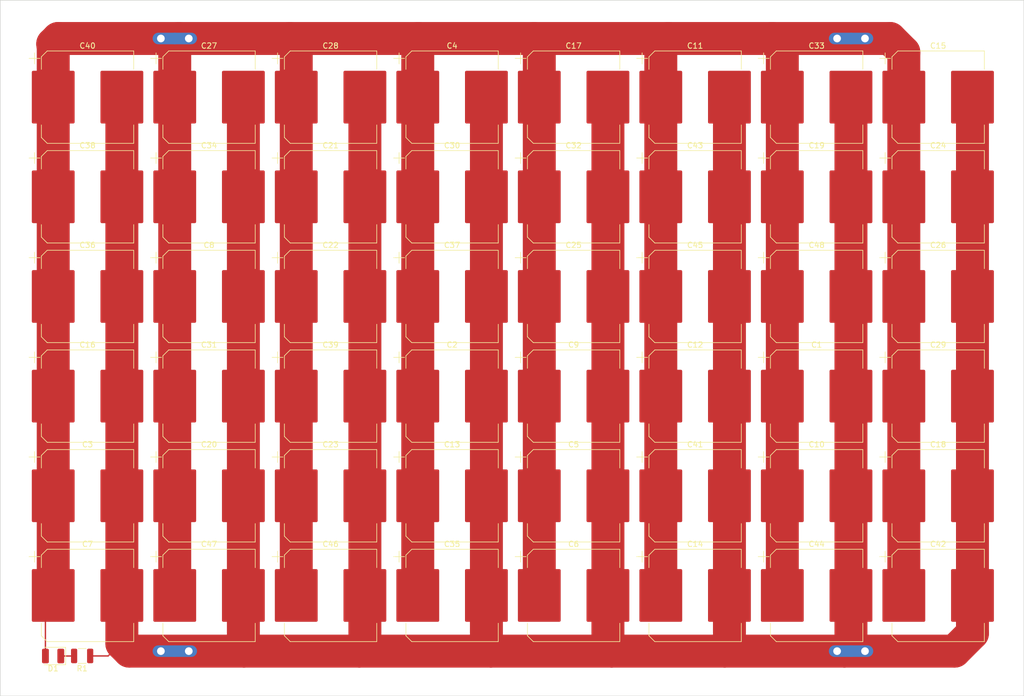
<source format=kicad_pcb>
(kicad_pcb (version 20211014) (generator pcbnew)
  (layers (0 "F.Cu" signal) (31 "B.Cu" signal) (34 "B.Paste" user) (35 "F.Paste" user) (36 "B.SilkS" user "B.Silkscreen") (37 "F.SilkS" user "F.Silkscreen") (38 "B.Mask" user) (39 "F.Mask" user) (44 "Edge.Cuts" user))
  (net 0 "")
  (net 1 "1")
  (net 2 "2")
  (net 3 "Net-(D1-Pad1)")
  (footprint "Capacitor_SMD:CP_Elec_16x17.5" (layer "F.Cu") (at 146.6525 67.05)
    (fp_text reference "C32" (at 0 -9.35) (layer "F.SilkS"))
    (fp_text value "330uF")
    (pad "1" smd roundrect locked (at -6.25 0) (size 7.8 9.6) (layers "F.Cu" "F.Paste" "F.Mask") (roundrect_rratio 0.032051) (net 1 "1"))
    (pad "2" smd roundrect locked (at 6.25 0) (size 7.8 9.6) (layers "F.Cu" "F.Paste" "F.Mask") (roundrect_rratio 0.032051) (net 2 "2"))
  )
  (footprint "Capacitor_SMD:CP_Elec_16x17.5" (layer "F.Cu") (at 124.5225 48.9)
    (fp_text reference "C4" (at 0 -9.35) (layer "F.SilkS"))
    (fp_text value "330uF")
    (pad "1" smd roundrect locked (at -6.25 0) (size 7.8 9.6) (layers "F.Cu" "F.Paste" "F.Mask") (roundrect_rratio 0.032051) (net 1 "1"))
    (pad "2" smd roundrect locked (at 6.25 0) (size 7.8 9.6) (layers "F.Cu" "F.Paste" "F.Mask") (roundrect_rratio 0.032051) (net 2 "2"))
  )
  (footprint "Resistor_SMD:R_1210_3225Metric" (layer "F.Cu") (at 57.14968 150.67 180)
    (fp_text reference "R1" (at 0 -2.28) (layer "F.SilkS"))
    (fp_text value "2K")
    (pad "1" smd roundrect locked (at -1.4625 0 180) (size 1.125 2.65) (layers "F.Cu" "F.Paste" "F.Mask") (roundrect_rratio 0.222222) (net 2 "2"))
    (pad "2" smd roundrect locked (at 1.4625 0 180) (size 1.125 2.65) (layers "F.Cu" "F.Paste" "F.Mask") (roundrect_rratio 0.222222) (net 3 "Net-(D1-Pad1)"))
  )
  (footprint "Capacitor_SMD:CP_Elec_16x17.5" (layer "F.Cu") (at 190.9125 139.65)
    (fp_text reference "C44" (at 0 -9.35) (layer "F.SilkS"))
    (fp_text value "330uF")
    (pad "1" smd roundrect locked (at -6.25 0) (size 7.8 9.6) (layers "F.Cu" "F.Paste" "F.Mask") (roundrect_rratio 0.032051) (net 1 "1"))
    (pad "2" smd roundrect locked (at 6.25 0) (size 7.8 9.6) (layers "F.Cu" "F.Paste" "F.Mask") (roundrect_rratio 0.032051) (net 2 "2"))
  )
  (footprint "Capacitor_SMD:CP_Elec_16x17.5" (layer "F.Cu") (at 102.3925 48.9)
    (fp_text reference "C28" (at 0 -9.35) (layer "F.SilkS"))
    (fp_text value "330uF")
    (pad "1" smd roundrect locked (at -6.25 0) (size 7.8 9.6) (layers "F.Cu" "F.Paste" "F.Mask") (roundrect_rratio 0.032051) (net 1 "1"))
    (pad "2" smd roundrect locked (at 6.25 0) (size 7.8 9.6) (layers "F.Cu" "F.Paste" "F.Mask") (roundrect_rratio 0.032051) (net 2 "2"))
  )
  (footprint "Capacitor_SMD:CP_Elec_16x17.5" (layer "F.Cu") (at 80.2625 121.5)
    (fp_text reference "C20" (at 0 -9.35) (layer "F.SilkS"))
    (fp_text value "330uF")
    (pad "1" smd roundrect locked (at -6.25 0) (size 7.8 9.6) (layers "F.Cu" "F.Paste" "F.Mask") (roundrect_rratio 0.032051) (net 1 "1"))
    (pad "2" smd roundrect locked (at 6.25 0) (size 7.8 9.6) (layers "F.Cu" "F.Paste" "F.Mask") (roundrect_rratio 0.032051) (net 2 "2"))
  )
  (footprint "Capacitor_SMD:CP_Elec_16x17.5" (layer "F.Cu") (at 190.9125 48.9)
    (fp_text reference "C33" (at 0 -9.35) (layer "F.SilkS"))
    (fp_text value "330uF")
    (pad "1" smd roundrect locked (at -6.25 0) (size 7.8 9.6) (layers "F.Cu" "F.Paste" "F.Mask") (roundrect_rratio 0.032051) (net 1 "1"))
    (pad "2" smd roundrect locked (at 6.25 0) (size 7.8 9.6) (layers "F.Cu" "F.Paste" "F.Mask") (roundrect_rratio 0.032051) (net 2 "2"))
  )
  (footprint "Capacitor_SMD:CP_Elec_16x17.5" (layer "F.Cu") (at 168.7825 103.35)
    (fp_text reference "C12" (at 0 -9.35) (layer "F.SilkS"))
    (fp_text value "330uF")
    (pad "1" smd roundrect locked (at -6.25 0) (size 7.8 9.6) (layers "F.Cu" "F.Paste" "F.Mask") (roundrect_rratio 0.032051) (net 1 "1"))
    (pad "2" smd roundrect locked (at 6.25 0) (size 7.8 9.6) (layers "F.Cu" "F.Paste" "F.Mask") (roundrect_rratio 0.032051) (net 2 "2"))
  )
  (footprint "Capacitor_SMD:CP_Elec_16x17.5" (layer "F.Cu") (at 80.2625 139.65)
    (fp_text reference "C47" (at 0 -9.35) (layer "F.SilkS"))
    (fp_text value "330uF")
    (pad "1" smd roundrect locked (at -6.25 0) (size 7.8 9.6) (layers "F.Cu" "F.Paste" "F.Mask") (roundrect_rratio 0.032051) (net 1 "1"))
    (pad "2" smd roundrect locked (at 6.25 0) (size 7.8 9.6) (layers "F.Cu" "F.Paste" "F.Mask") (roundrect_rratio 0.032051) (net 2 "2"))
  )
  (footprint "Capacitor_SMD:CP_Elec_16x17.5" (layer "F.Cu") (at 58.1325 121.5)
    (fp_text reference "C3" (at 0 -9.35) (layer "F.SilkS"))
    (fp_text value "330uF")
    (pad "1" smd roundrect locked (at -6.25 0) (size 7.8 9.6) (layers "F.Cu" "F.Paste" "F.Mask") (roundrect_rratio 0.032051) (net 1 "1"))
    (pad "2" smd roundrect locked (at 6.25 0) (size 7.8 9.6) (layers "F.Cu" "F.Paste" "F.Mask") (roundrect_rratio 0.032051) (net 2 "2"))
  )
  (footprint "Capacitor_SMD:CP_Elec_16x17.5" (layer "F.Cu") (at 80.2625 85.2)
    (fp_text reference "C8" (at 0 -9.35) (layer "F.SilkS"))
    (fp_text value "330uF")
    (pad "1" smd roundrect locked (at -6.25 0) (size 7.8 9.6) (layers "F.Cu" "F.Paste" "F.Mask") (roundrect_rratio 0.032051) (net 1 "1"))
    (pad "2" smd roundrect locked (at 6.25 0) (size 7.8 9.6) (layers "F.Cu" "F.Paste" "F.Mask") (roundrect_rratio 0.032051) (net 2 "2"))
  )
  (footprint "Custom Library:Spade Conector 6.3mm TE_1217861" (layer "F.Cu") (at 74.03 38.22)
    (fp_text reference "J1" hide)
    (fp_text value "V+" hide)
    (pad "1" thru_hole oval (at 2.54 0) (size 5 2.1) (drill 1.4 (offset -1 0)) (layers *.Cu *.Mask) (net 1 "1"))
    (pad "1" thru_hole oval (at -2.54 0) (size 5 2.1) (drill 1.4 (offset 1 0)) (layers *.Cu *.Mask) (net 1 "1"))
  )
  (footprint "Capacitor_SMD:CP_Elec_16x17.5" (layer "F.Cu") (at 190.9125 67.05)
    (fp_text reference "C19" (at 0 -9.35) (layer "F.SilkS"))
    (fp_text value "330uF")
    (pad "1" smd roundrect locked (at -6.25 0) (size 7.8 9.6) (layers "F.Cu" "F.Paste" "F.Mask") (roundrect_rratio 0.032051) (net 1 "1"))
    (pad "2" smd roundrect locked (at 6.25 0) (size 7.8 9.6) (layers "F.Cu" "F.Paste" "F.Mask") (roundrect_rratio 0.032051) (net 2 "2"))
  )
  (footprint "Capacitor_SMD:CP_Elec_16x17.5" (layer "F.Cu") (at 102.3925 67.05)
    (fp_text reference "C21" (at 0 -9.35) (layer "F.SilkS"))
    (fp_text value "330uF")
    (pad "1" smd roundrect locked (at -6.25 0) (size 7.8 9.6) (layers "F.Cu" "F.Paste" "F.Mask") (roundrect_rratio 0.032051) (net 1 "1"))
    (pad "2" smd roundrect locked (at 6.25 0) (size 7.8 9.6) (layers "F.Cu" "F.Paste" "F.Mask") (roundrect_rratio 0.032051) (net 2 "2"))
  )
  (footprint "Capacitor_SMD:CP_Elec_16x17.5" (layer "F.Cu") (at 124.5225 67.05)
    (fp_text reference "C30" (at 0 -9.35) (layer "F.SilkS"))
    (fp_text value "330uF")
    (pad "1" smd roundrect locked (at -6.25 0) (size 7.8 9.6) (layers "F.Cu" "F.Paste" "F.Mask") (roundrect_rratio 0.032051) (net 1 "1"))
    (pad "2" smd roundrect locked (at 6.25 0) (size 7.8 9.6) (layers "F.Cu" "F.Paste" "F.Mask") (roundrect_rratio 0.032051) (net 2 "2"))
  )
  (footprint "Capacitor_SMD:CP_Elec_16x17.5" (layer "F.Cu") (at 80.2625 48.9)
    (fp_text reference "C27" (at 0 -9.35) (layer "F.SilkS"))
    (fp_text value "330uF")
    (pad "1" smd roundrect locked (at -6.25 0) (size 7.8 9.6) (layers "F.Cu" "F.Paste" "F.Mask") (roundrect_rratio 0.032051) (net 1 "1"))
    (pad "2" smd roundrect locked (at 6.25 0) (size 7.8 9.6) (layers "F.Cu" "F.Paste" "F.Mask") (roundrect_rratio 0.032051) (net 2 "2"))
  )
  (footprint "Capacitor_SMD:CP_Elec_16x17.5" (layer "F.Cu") (at 146.6525 48.9)
    (fp_text reference "C17" (at 0 -9.35) (layer "F.SilkS"))
    (fp_text value "330uF")
    (pad "1" smd roundrect locked (at -6.25 0) (size 7.8 9.6) (layers "F.Cu" "F.Paste" "F.Mask") (roundrect_rratio 0.032051) (net 1 "1"))
    (pad "2" smd roundrect locked (at 6.25 0) (size 7.8 9.6) (layers "F.Cu" "F.Paste" "F.Mask") (roundrect_rratio 0.032051) (net 2 "2"))
  )
  (footprint "Capacitor_SMD:CP_Elec_16x17.5" (layer "F.Cu") (at 190.9125 103.35)
    (fp_text reference "C1" (at 0 -9.35) (layer "F.SilkS"))
    (fp_text value "330uF")
    (pad "1" smd roundrect locked (at -6.25 0) (size 7.8 9.6) (layers "F.Cu" "F.Paste" "F.Mask") (roundrect_rratio 0.032051) (net 1 "1"))
    (pad "2" smd roundrect locked (at 6.25 0) (size 7.8 9.6) (layers "F.Cu" "F.Paste" "F.Mask") (roundrect_rratio 0.032051) (net 2 "2"))
  )
  (footprint "Capacitor_SMD:CP_Elec_16x17.5" (layer "F.Cu") (at 168.7825 85.2)
    (fp_text reference "C45" (at 0 -9.35) (layer "F.SilkS"))
    (fp_text value "330uF")
    (pad "1" smd roundrect locked (at -6.25 0) (size 7.8 9.6) (layers "F.Cu" "F.Paste" "F.Mask") (roundrect_rratio 0.032051) (net 1 "1"))
    (pad "2" smd roundrect locked (at 6.25 0) (size 7.8 9.6) (layers "F.Cu" "F.Paste" "F.Mask") (roundrect_rratio 0.032051) (net 2 "2"))
  )
  (footprint "Capacitor_SMD:CP_Elec_16x17.5" (layer "F.Cu") (at 146.6525 85.2)
    (fp_text reference "C25" (at 0 -9.35) (layer "F.SilkS"))
    (fp_text value "330uF")
    (pad "1" smd roundrect locked (at -6.25 0) (size 7.8 9.6) (layers "F.Cu" "F.Paste" "F.Mask") (roundrect_rratio 0.032051) (net 1 "1"))
    (pad "2" smd roundrect locked (at 6.25 0) (size 7.8 9.6) (layers "F.Cu" "F.Paste" "F.Mask") (roundrect_rratio 0.032051) (net 2 "2"))
  )
  (footprint "Custom Library:Spade Conector 6.3mm TE_1217861" (layer "F.Cu") (at 197.18 38.22)
    (fp_text reference "J3" hide)
    (fp_text value "AC1" hide)
    (pad "1" thru_hole oval (at -2.54 0) (size 5 2.1) (drill 1.4 (offset 1 0)) (layers *.Cu *.Mask) (net 1 "1"))
    (pad "1" thru_hole oval (at 2.54 0) (size 5 2.1) (drill 1.4 (offset -1 0)) (layers *.Cu *.Mask) (net 1 "1"))
  )
  (footprint "Capacitor_SMD:CP_Elec_16x17.5" (layer "F.Cu") (at 146.6525 121.5)
    (fp_text reference "C5" (at 0 -9.35) (layer "F.SilkS"))
    (fp_text value "330uF")
    (pad "1" smd roundrect locked (at -6.25 0) (size 7.8 9.6) (layers "F.Cu" "F.Paste" "F.Mask") (roundrect_rratio 0.032051) (net 1 "1"))
    (pad "2" smd roundrect locked (at 6.25 0) (size 7.8 9.6) (layers "F.Cu" "F.Paste" "F.Mask") (roundrect_rratio 0.032051) (net 2 "2"))
  )
  (footprint "Capacitor_SMD:CP_Elec_16x17.5" (layer "F.Cu") (at 102.3925 121.5)
    (fp_text reference "C23" (at 0 -9.35) (layer "F.SilkS"))
    (fp_text value "330uF")
    (pad "1" smd roundrect locked (at -6.25 0) (size 7.8 9.6) (layers "F.Cu" "F.Paste" "F.Mask") (roundrect_rratio 0.032051) (net 1 "1"))
    (pad "2" smd roundrect locked (at 6.25 0) (size 7.8 9.6) (layers "F.Cu" "F.Paste" "F.Mask") (roundrect_rratio 0.032051) (net 2 "2"))
  )
  (footprint "Capacitor_SMD:CP_Elec_16x17.5" (layer "F.Cu") (at 58.1325 85.2)
    (fp_text reference "C36" (at 0 -9.35) (layer "F.SilkS"))
    (fp_text value "330uF")
    (pad "1" smd roundrect locked (at -6.25 0) (size 7.8 9.6) (layers "F.Cu" "F.Paste" "F.Mask") (roundrect_rratio 0.032051) (net 1 "1"))
    (pad "2" smd roundrect locked (at 6.25 0) (size 7.8 9.6) (layers "F.Cu" "F.Paste" "F.Mask") (roundrect_rratio 0.032051) (net 2 "2"))
  )
  (footprint "Capacitor_SMD:CP_Elec_16x17.5" (layer "F.Cu") (at 58.1325 139.65)
    (fp_text reference "C7" (at 0 -9.35) (layer "F.SilkS"))
    (fp_text value "330uF")
    (pad "1" smd roundrect locked (at -6.25 0) (size 7.8 9.6) (layers "F.Cu" "F.Paste" "F.Mask") (roundrect_rratio 0.032051) (net 1 "1"))
    (pad "2" smd roundrect locked (at 6.25 0) (size 7.8 9.6) (layers "F.Cu" "F.Paste" "F.Mask") (roundrect_rratio 0.032051) (net 2 "2"))
  )
  (footprint "Capacitor_SMD:CP_Elec_16x17.5" (layer "F.Cu") (at 190.9125 85.2)
    (fp_text reference "C48" (at 0 -9.35) (layer "F.SilkS"))
    (fp_text value "330uF")
    (pad "1" smd roundrect locked (at -6.25 0) (size 7.8 9.6) (layers "F.Cu" "F.Paste" "F.Mask") (roundrect_rratio 0.032051) (net 1 "1"))
    (pad "2" smd roundrect locked (at 6.25 0) (size 7.8 9.6) (layers "F.Cu" "F.Paste" "F.Mask") (roundrect_rratio 0.032051) (net 2 "2"))
  )
  (footprint "Capacitor_SMD:CP_Elec_16x17.5" (layer "F.Cu") (at 146.6525 103.35)
    (fp_text reference "C9" (at 0 -9.35) (layer "F.SilkS"))
    (fp_text value "330uF")
    (pad "1" smd roundrect locked (at -6.25 0) (size 7.8 9.6) (layers "F.Cu" "F.Paste" "F.Mask") (roundrect_rratio 0.032051) (net 1 "1"))
    (pad "2" smd roundrect locked (at 6.25 0) (size 7.8 9.6) (layers "F.Cu" "F.Paste" "F.Mask") (roundrect_rratio 0.032051) (net 2 "2"))
  )
  (footprint "Capacitor_SMD:CP_Elec_16x17.5" (layer "F.Cu") (at 213.0425 139.65)
    (fp_text reference "C42" (at 0 -9.35) (layer "F.SilkS"))
    (fp_text value "330uF")
    (pad "1" smd roundrect locked (at -6.25 0) (size 7.8 9.6) (layers "F.Cu" "F.Paste" "F.Mask") (roundrect_rratio 0.032051) (net 1 "1"))
    (pad "2" smd roundrect locked (at 6.25 0) (size 7.8 9.6) (layers "F.Cu" "F.Paste" "F.Mask") (roundrect_rratio 0.032051) (net 2 "2"))
  )
  (footprint "Capacitor_SMD:CP_Elec_16x17.5" (layer "F.Cu") (at 213.0425 121.5)
    (fp_text reference "C18" (at 0 -9.35) (layer "F.SilkS"))
    (fp_text value "330uF")
    (pad "1" smd roundrect locked (at -6.25 0) (size 7.8 9.6) (layers "F.Cu" "F.Paste" "F.Mask") (roundrect_rratio 0.032051) (net 1 "1"))
    (pad "2" smd roundrect locked (at 6.25 0) (size 7.8 9.6) (layers "F.Cu" "F.Paste" "F.Mask") (roundrect_rratio 0.032051) (net 2 "2"))
  )
  (footprint "Capacitor_SMD:CP_Elec_16x17.5" (layer "F.Cu") (at 190.9125 121.5)
    (fp_text reference "C10" (at 0 -9.35) (layer "F.SilkS"))
    (fp_text value "330uF")
    (pad "1" smd roundrect locked (at -6.25 0) (size 7.8 9.6) (layers "F.Cu" "F.Paste" "F.Mask") (roundrect_rratio 0.032051) (net 1 "1"))
    (pad "2" smd roundrect locked (at 6.25 0) (size 7.8 9.6) (layers "F.Cu" "F.Paste" "F.Mask") (roundrect_rratio 0.032051) (net 2 "2"))
  )
  (footprint "Capacitor_SMD:CP_Elec_16x17.5" (layer "F.Cu") (at 168.7825 121.5)
    (fp_text reference "C41" (at 0 -9.35) (layer "F.SilkS"))
    (fp_text value "330uF")
    (pad "1" smd roundrect locked (at -6.25 0) (size 7.8 9.6) (layers "F.Cu" "F.Paste" "F.Mask") (roundrect_rratio 0.032051) (net 1 "1"))
    (pad "2" smd roundrect locked (at 6.25 0) (size 7.8 9.6) (layers "F.Cu" "F.Paste" "F.Mask") (roundrect_rratio 0.032051) (net 2 "2"))
  )
  (footprint "Custom Library:Spade Conector 6.3mm TE_1217861" (layer "F.Cu") (at 197.18 149.79)
    (fp_text reference "J4" hide)
    (fp_text value "AC2" hide)
    (pad "1" thru_hole oval (at -2.54 0) (size 5 2.1) (drill 1.4 (offset 1 0)) (layers *.Cu *.Mask) (net 2 "2"))
    (pad "1" thru_hole oval (at 2.54 0) (size 5 2.1) (drill 1.4 (offset -1 0)) (layers *.Cu *.Mask) (net 2 "2"))
  )
  (footprint "Capacitor_SMD:CP_Elec_16x17.5" (layer "F.Cu") (at 80.2625 67.05)
    (fp_text reference "C34" (at 0 -9.35) (layer "F.SilkS"))
    (fp_text value "330uF")
    (pad "1" smd roundrect locked (at -6.25 0) (size 7.8 9.6) (layers "F.Cu" "F.Paste" "F.Mask") (roundrect_rratio 0.032051) (net 1 "1"))
    (pad "2" smd roundrect locked (at 6.25 0) (size 7.8 9.6) (layers "F.Cu" "F.Paste" "F.Mask") (roundrect_rratio 0.032051) (net 2 "2"))
  )
  (footprint "Capacitor_SMD:CP_Elec_16x17.5" (layer "F.Cu") (at 213.0425 48.9)
    (fp_text reference "C15" (at 0 -9.35) (layer "F.SilkS"))
    (fp_text value "330uF")
    (pad "1" smd roundrect locked (at -6.25 0) (size 7.8 9.6) (layers "F.Cu" "F.Paste" "F.Mask") (roundrect_rratio 0.032051) (net 1 "1"))
    (pad "2" smd roundrect locked (at 6.25 0) (size 7.8 9.6) (layers "F.Cu" "F.Paste" "F.Mask") (roundrect_rratio 0.032051) (net 2 "2"))
  )
  (footprint "Custom Library:Spade Conector 6.3mm TE_1217861" (layer "F.Cu") (at 74.03 149.79)
    (fp_text reference "J2" hide)
    (fp_text value "GND" hide)
    (pad "1" thru_hole oval (at 2.54 0) (size 5 2.1) (drill 1.4 (offset -1 0)) (layers *.Cu *.Mask) (net 2 "2"))
    (pad "1" thru_hole oval (at -2.54 0) (size 5 2.1) (drill 1.4 (offset 1 0)) (layers *.Cu *.Mask) (net 2 "2"))
  )
  (footprint "Capacitor_SMD:CP_Elec_16x17.5" (layer "F.Cu") (at 168.7825 67.05)
    (fp_text reference "C43" (at 0 -9.35) (layer "F.SilkS"))
    (fp_text value "330uF")
    (pad "1" smd roundrect locked (at -6.25 0) (size 7.8 9.6) (layers "F.Cu" "F.Paste" "F.Mask") (roundrect_rratio 0.032051) (net 1 "1"))
    (pad "2" smd roundrect locked (at 6.25 0) (size 7.8 9.6) (layers "F.Cu" "F.Paste" "F.Mask") (roundrect_rratio 0.032051) (net 2 "2"))
  )
  (footprint "Capacitor_SMD:CP_Elec_16x17.5" (layer "F.Cu") (at 213.0425 85.2)
    (fp_text reference "C26" (at 0 -9.35) (layer "F.SilkS"))
    (fp_text value "330uF")
    (pad "1" smd roundrect locked (at -6.25 0) (size 7.8 9.6) (layers "F.Cu" "F.Paste" "F.Mask") (roundrect_rratio 0.032051) (net 1 "1"))
    (pad "2" smd roundrect locked (at 6.25 0) (size 7.8 9.6) (layers "F.Cu" "F.Paste" "F.Mask") (roundrect_rratio 0.032051) (net 2 "2"))
  )
  (footprint "Capacitor_SMD:CP_Elec_16x17.5" (layer "F.Cu") (at 102.3925 139.65)
    (fp_text reference "C46" (at 0 -9.35) (layer "F.SilkS"))
    (fp_text value "330uF")
    (pad "1" smd roundrect locked (at -6.25 0) (size 7.8 9.6) (layers "F.Cu" "F.Paste" "F.Mask") (roundrect_rratio 0.032051) (net 1 "1"))
    (pad "2" smd roundrect locked (at 6.25 0) (size 7.8 9.6) (layers "F.Cu" "F.Paste" "F.Mask") (roundrect_rratio 0.032051) (net 2 "2"))
  )
  (footprint "Capacitor_SMD:CP_Elec_16x17.5" (layer "F.Cu") (at 213.0425 103.35)
    (fp_text reference "C29" (at 0 -9.35) (layer "F.SilkS"))
    (fp_text value "330uF")
    (pad "1" smd roundrect locked (at -6.25 0) (size 7.8 9.6) (layers "F.Cu" "F.Paste" "F.Mask") (roundrect_rratio 0.032051) (net 1 "1"))
    (pad "2" smd roundrect locked (at 6.25 0) (size 7.8 9.6) (layers "F.Cu" "F.Paste" "F.Mask") (roundrect_rratio 0.032051) (net 2 "2"))
  )
  (footprint "Capacitor_SMD:CP_Elec_16x17.5" (layer "F.Cu") (at 58.1325 48.9)
    (fp_text reference "C40" (at 0 -9.35) (layer "F.SilkS"))
    (fp_text value "330uF")
    (pad "1" smd roundrect locked (at -6.25 0) (size 7.8 9.6) (layers "F.Cu" "F.Paste" "F.Mask") (roundrect_rratio 0.032051) (net 1 "1"))
    (pad "2" smd roundrect locked (at 6.25 0) (size 7.8 9.6) (layers "F.Cu" "F.Paste" "F.Mask") (roundrect_rratio 0.032051) (net 2 "2"))
  )
  (footprint "Capacitor_SMD:CP_Elec_16x17.5" (layer "F.Cu") (at 80.2625 103.35)
    (fp_text reference "C31" (at 0 -9.35) (layer "F.SilkS"))
    (fp_text value "330uF")
    (pad "1" smd roundrect locked (at -6.25 0) (size 7.8 9.6) (layers "F.Cu" "F.Paste" "F.Mask") (roundrect_rratio 0.032051) (net 1 "1"))
    (pad "2" smd roundrect locked (at 6.25 0) (size 7.8 9.6) (layers "F.Cu" "F.Paste" "F.Mask") (roundrect_rratio 0.032051) (net 2 "2"))
  )
  (footprint "Capacitor_SMD:CP_Elec_16x17.5" (layer "F.Cu") (at 168.7825 48.9)
    (fp_text reference "C11" (at 0 -9.35) (layer "F.SilkS"))
    (fp_text value "330uF")
    (pad "1" smd roundrect locked (at -6.25 0) (size 7.8 9.6) (layers "F.Cu" "F.Paste" "F.Mask") (roundrect_rratio 0.032051) (net 1 "1"))
    (pad "2" smd roundrect locked (at 6.25 0) (size 7.8 9.6) (layers "F.Cu" "F.Paste" "F.Mask") (roundrect_rratio 0.032051) (net 2 "2"))
  )
  (footprint "Capacitor_SMD:CP_Elec_16x17.5" (layer "F.Cu") (at 168.7825 139.65)
    (fp_text reference "C14" (at 0 -9.35) (layer "F.SilkS"))
    (fp_text value "330uF")
    (pad "1" smd roundrect locked (at -6.25 0) (size 7.8 9.6) (layers "F.Cu" "F.Paste" "F.Mask") (roundrect_rratio 0.032051) (net 1 "1"))
    (pad "2" smd roundrect locked (at 6.25 0) (size 7.8 9.6) (layers "F.Cu" "F.Paste" "F.Mask") (roundrect_rratio 0.032051) (net 2 "2"))
  )
  (footprint "Capacitor_SMD:CP_Elec_16x17.5" (layer "F.Cu") (at 146.6525 139.65)
    (fp_text reference "C6" (at 0 -9.35) (layer "F.SilkS"))
    (fp_text value "330uF")
    (pad "1" smd roundrect locked (at -6.25 0) (size 7.8 9.6) (layers "F.Cu" "F.Paste" "F.Mask") (roundrect_rratio 0.032051) (net 1 "1"))
    (pad "2" smd roundrect locked (at 6.25 0) (size 7.8 9.6) (layers "F.Cu" "F.Paste" "F.Mask") (roundrect_rratio 0.032051) (net 2 "2"))
  )
  (footprint "Capacitor_SMD:CP_Elec_16x17.5" (layer "F.Cu") (at 124.5225 85.2)
    (fp_text reference "C37" (at 0 -9.35) (layer "F.SilkS"))
    (fp_text value "330uF")
    (pad "1" smd roundrect locked (at -6.25 0) (size 7.8 9.6) (layers "F.Cu" "F.Paste" "F.Mask") (roundrect_rratio 0.032051) (net 1 "1"))
    (pad "2" smd roundrect locked (at 6.25 0) (size 7.8 9.6) (layers "F.Cu" "F.Paste" "F.Mask") (roundrect_rratio 0.032051) (net 2 "2"))
  )
  (footprint "Capacitor_SMD:CP_Elec_16x17.5" (layer "F.Cu") (at 102.3925 85.2)
    (fp_text reference "C22" (at 0 -9.35) (layer "F.SilkS"))
    (fp_text value "330uF")
    (pad "1" smd roundrect locked (at -6.25 0) (size 7.8 9.6) (layers "F.Cu" "F.Paste" "F.Mask") (roundrect_rratio 0.032051) (net 1 "1"))
    (pad "2" smd roundrect locked (at 6.25 0) (size 7.8 9.6) (layers "F.Cu" "F.Paste" "F.Mask") (roundrect_rratio 0.032051) (net 2 "2"))
  )
  (footprint "LED_SMD:LED_1210_3225Metric" (layer "F.Cu") (at 51.8625 150.68 180)
    (fp_text reference "D1" (at 0 -2.28) (layer "F.SilkS"))
    (fp_text value "LED")
    (pad "1" smd roundrect locked (at -1.4 0 180) (size 1.25 2.65) (layers "F.Cu" "F.Paste" "F.Mask") (roundrect_rratio 0.2) (net 3 "Net-(D1-Pad1)"))
    (pad "2" smd roundrect locked (at 1.4 0 180) (size 1.25 2.65) (layers "F.Cu" "F.Paste" "F.Mask") (roundrect_rratio 0.2) (net 1 "1"))
  )
  (footprint "Capacitor_SMD:CP_Elec_16x17.5" (layer "F.Cu") (at 124.5225 139.65)
    (fp_text reference "C35" (at 0 -9.35) (layer "F.SilkS"))
    (fp_text value "330uF")
    (pad "1" smd roundrect locked (at -6.25 0) (size 7.8 9.6) (layers "F.Cu" "F.Paste" "F.Mask") (roundrect_rratio 0.032051) (net 1 "1"))
    (pad "2" smd roundrect locked (at 6.25 0) (size 7.8 9.6) (layers "F.Cu" "F.Paste" "F.Mask") (roundrect_rratio 0.032051) (net 2 "2"))
  )
  (footprint "Capacitor_SMD:CP_Elec_16x17.5" (layer "F.Cu") (at 213.0425 67.05)
    (fp_text reference "C24" (at 0 -9.35) (layer "F.SilkS"))
    (fp_text value "330uF")
    (pad "1" smd roundrect locked (at -6.25 0) (size 7.8 9.6) (layers "F.Cu" "F.Paste" "F.Mask") (roundrect_rratio 0.032051) (net 1 "1"))
    (pad "2" smd roundrect locked (at 6.25 0) (size 7.8 9.6) (layers "F.Cu" "F.Paste" "F.Mask") (roundrect_rratio 0.032051) (net 2 "2"))
  )
  (footprint "Capacitor_SMD:CP_Elec_16x17.5" (layer "F.Cu") (at 124.5225 121.5)
    (fp_text reference "C13" (at 0 -9.35) (layer "F.SilkS"))
    (fp_text value "330uF")
    (pad "1" smd roundrect locked (at -6.25 0) (size 7.8 9.6) (layers "F.Cu" "F.Paste" "F.Mask") (roundrect_rratio 0.032051) (net 1 "1"))
    (pad "2" smd roundrect locked (at 6.25 0) (size 7.8 9.6) (layers "F.Cu" "F.Paste" "F.Mask") (roundrect_rratio 0.032051) (net 2 "2"))
  )
  (footprint "Capacitor_SMD:CP_Elec_16x17.5" (layer "F.Cu") (at 58.1325 103.35)
    (fp_text reference "C16" (at 0 -9.35) (layer "F.SilkS"))
    (fp_text value "330uF")
    (pad "1" smd roundrect locked (at -6.25 0) (size 7.8 9.6) (layers "F.Cu" "F.Paste" "F.Mask") (roundrect_rratio 0.032051) (net 1 "1"))
    (pad "2" smd roundrect locked (at 6.25 0) (size 7.8 9.6) (layers "F.Cu" "F.Paste" "F.Mask") (roundrect_rratio 0.032051) (net 2 "2"))
  )
  (footprint "Capacitor_SMD:CP_Elec_16x17.5" (layer "F.Cu") (at 58.1325 67.05)
    (fp_text reference "C38" (at 0 -9.35) (layer "F.SilkS"))
    (fp_text value "330uF")
    (pad "1" smd roundrect locked (at -6.25 0) (size 7.8 9.6) (layers "F.Cu" "F.Paste" "F.Mask") (roundrect_rratio 0.032051) (net 1 "1"))
    (pad "2" smd roundrect locked (at 6.25 0) (size 7.8 9.6) (layers "F.Cu" "F.Paste" "F.Mask") (roundrect_rratio 0.032051) (net 2 "2"))
  )
  (footprint "Capacitor_SMD:CP_Elec_16x17.5" (layer "F.Cu") (at 124.5225 103.35)
    (fp_text reference "C2" (at 0 -9.35) (layer "F.SilkS"))
    (fp_text value "330uF")
    (pad "1" smd roundrect locked (at -6.25 0) (size 7.8 9.6) (layers "F.Cu" "F.Paste" "F.Mask") (roundrect_rratio 0.032051) (net 1 "1"))
    (pad "2" smd roundrect locked (at 6.25 0) (size 7.8 9.6) (layers "F.Cu" "F.Paste" "F.Mask") (roundrect_rratio 0.032051) (net 2 "2"))
  )
  (footprint "Capacitor_SMD:CP_Elec_16x17.5" (layer "F.Cu") (at 102.3925 103.35)
    (fp_text reference "C39" (at 0 -9.35) (layer "F.SilkS"))
    (fp_text value "330uF")
    (pad "1" smd roundrect locked (at -6.25 0) (size 7.8 9.6) (layers "F.Cu" "F.Paste" "F.Mask") (roundrect_rratio 0.032051) (net 1 "1"))
    (pad "2" smd roundrect locked (at 6.25 0) (size 7.8 9.6) (layers "F.Cu" "F.Paste" "F.Mask") (roundrect_rratio 0.032051) (net 2 "2"))
  )
  (gr_rect (start 228.65 157.95) (end 42.24 31.26) (layer "Edge.Cuts") (width 0.1) (fill none))
  (segment (start 162.5325 48.9) (end 162.5325 39.59) (width 6) (layer "F.Cu") (net 1))
  (segment (start 140.4025 139.65) (end 140.4025 48.9) (width 6) (layer "F.Cu") (net 1))
  (segment (start 162.5325 48.9) (end 162.5325 139.65) (width 6) (layer "F.Cu") (net 1))
  (segment (start 206.7925 40.74) (end 206.7925 48.9) (width 6) (layer "F.Cu") (net 1))
  (segment (start 51.8825 139.65) (end 51.8825 48.9) (width 6) (layer "F.Cu") (net 1))
  (segment (start 184.6625 48.9) (end 184.6625 40.11) (width 6) (layer "F.Cu") (net 1))
  (segment (start 74.0125 139.65) (end 74.0125 48.9) (width 6) (layer "F.Cu") (net 1))
  (segment (start 96.1425 48.9) (end 96.1425 39.43) (width 6) (layer "F.Cu") (net 1))
  (segment (start 118.3725 38.22) (end 139.3625 38.22) (width 6) (layer "F.Cu") (net 1))
  (segment (start 50.4625 150.68) (end 50.4625 141.07) (width 0.25) (layer "F.Cu") (net 1))
  (segment (start 52.7925 38.22) (end 74.7125 38.22) (width 6) (layer "F.Cu") (net 1))
  (segment (start 74.0125 38.92) (end 74.7125 38.22) (width 6) (layer "F.Cu") (net 1))
  (segment (start 140.4025 48.9) (end 140.4025 39.26) (width 6) (layer "F.Cu") (net 1))
  (segment (start 51.8825 39.31) (end 51.7925 39.22) (width 6) (layer "F.Cu") (net 1))
  (segment (start 204.2725 38.22) (end 206.7925 40.74) (width 6) (layer "F.Cu") (net 1))
  (segment (start 94.9325 38.22) (end 118.3725 38.22) (width 6) (layer "F.Cu") (net 1))
  (segment (start 139.3625 38.22) (end 163.9025 38.22) (width 6) (layer "F.Cu") (net 1))
  (segment (start 162.5325 39.59) (end 163.9025 38.22) (width 6) (layer "F.Cu") (net 1))
  (segment (start 206.7925 48.9) (end 206.7925 139.65) (width 6) (layer "F.Cu") (net 1))
  (segment (start 74.0125 48.9) (end 74.0125 38.92) (width 6) (layer "F.Cu") (net 1))
  (segment (start 184.6625 40.11) (end 182.7725 38.22) (width 6) (layer "F.Cu") (net 1))
  (segment (start 96.1425 139.65) (end 96.1425 48.9) (width 6) (layer "F.Cu") (net 1))
  (segment (start 50.4625 141.07) (end 51.8825 139.65) (width 0.25) (layer "F.Cu") (net 1))
  (segment (start 184.6625 139.65) (end 184.6625 48.9) (width 6) (layer "F.Cu") (net 1))
  (segment (start 74.7125 38.22) (end 94.9325 38.22) (width 6) (layer "F.Cu") (net 1))
  (segment (start 51.8825 48.9) (end 51.8825 39.31) (width 6) (layer "F.Cu") (net 1))
  (segment (start 118.2725 139.65) (end 118.2725 48.9) (width 6) (layer "F.Cu") (net 1))
  (segment (start 182.7725 38.22) (end 204.2725 38.22) (width 6) (layer "F.Cu") (net 1))
  (segment (start 118.2725 38.32) (end 118.3725 38.22) (width 6) (layer "F.Cu") (net 1))
  (segment (start 140.4025 39.26) (end 139.3625 38.22) (width 6) (layer "F.Cu") (net 1))
  (segment (start 96.1425 39.43) (end 94.9325 38.22) (width 6) (layer "F.Cu") (net 1))
  (segment (start 118.2725 48.9) (end 118.2725 38.32) (width 6) (layer "F.Cu") (net 1))
  (segment (start 163.9025 38.22) (end 182.7725 38.22) (width 6) (layer "F.Cu") (net 1))
  (segment (start 51.7925 39.22) (end 52.7925 38.22) (width 6) (layer "F.Cu") (net 1))
  (segment (start 62.7625 149.79) (end 65.7525 149.79) (width 0.25) (layer "F.Cu") (net 2))
  (segment (start 86.5125 139.65) (end 86.5125 48.9) (width 6) (layer "F.Cu") (net 2))
  (segment (start 86.5125 149.68) (end 86.6225 149.79) (width 6) (layer "F.Cu") (net 2))
  (segment (start 65.7525 149.79) (end 64.3825 148.42) (width 6) (layer "F.Cu") (net 2))
  (segment (start 175.0325 139.65) (end 175.0325 48.9) (width 6) (layer "F.Cu") (net 2))
  (segment (start 130.7725 148.97) (end 131.5925 149.79) (width 6) (layer "F.Cu") (net 2))
  (segment (start 131.5925 149.79) (end 107.6225 149.79) (width 6) (layer "F.Cu") (net 2))
  (segment (start 195.9725 149.79) (end 174.1725 149.79) (width 6) (layer "F.Cu") (net 2))
  (segment (start 61.8825 150.67) (end 62.7625 149.79) (width 0.25) (layer "F.Cu") (net 2))
  (segment (start 108.6425 139.65) (end 108.6425 148.77) (width 6) (layer "F.Cu") (net 2))
  (segment (start 219.2925 48.9) (end 219.2925 139.65) (width 6) (layer "F.Cu") (net 2))
  (segment (start 64.3825 148.42) (end 64.3825 139.65) (width 6) (layer "F.Cu") (net 2))
  (segment (start 108.6425 48.9) (end 108.6425 139.65) (width 6) (layer "F.Cu") (net 2))
  (segment (start 219.2925 146.52) (end 216.0225 149.79) (width 6) (layer "F.Cu") (net 2))
  (segment (start 197.1625 148.6) (end 195.9725 149.79) (width 6) (layer "F.Cu") (net 2))
  (segment (start 86.6225 149.79) (end 65.7525 149.79) (width 6) (layer "F.Cu") (net 2))
  (segment (start 174.1725 149.79) (end 153.5725 149.79) (width 6) (layer "F.Cu") (net 2))
  (segment (start 64.3825 48.9) (end 64.3825 139.65) (width 6) (layer "F.Cu") (net 2))
  (segment (start 197.1625 139.65) (end 197.1625 148.6) (width 6) (layer "F.Cu") (net 2))
  (segment (start 130.7725 139.65) (end 130.7725 148.97) (width 6) (layer "F.Cu") (net 2))
  (segment (start 175.0325 148.93) (end 174.1725 149.79) (width 6) (layer "F.Cu") (net 2))
  (segment (start 175.0325 139.65) (end 175.0325 148.93) (width 6) (layer "F.Cu") (net 2))
  (segment (start 152.9025 48.9) (end 152.9025 139.65) (width 6) (layer "F.Cu") (net 2))
  (segment (start 152.9025 139.65) (end 152.9025 149.12) (width 6) (layer "F.Cu") (net 2))
  (segment (start 153.5725 149.79) (end 131.5925 149.79) (width 6) (layer "F.Cu") (net 2))
  (segment (start 108.6425 148.77) (end 107.6225 149.79) (width 6) (layer "F.Cu") (net 2))
  (segment (start 197.1625 139.65) (end 197.1625 48.9) (width 6) (layer "F.Cu") (net 2))
  (segment (start 107.6225 149.79) (end 86.6225 149.79) (width 6) (layer "F.Cu") (net 2))
  (segment (start 58.61218 150.67) (end 61.8825 150.67) (width 0.25) (layer "F.Cu") (net 2))
  (segment (start 216.0225 149.79) (end 195.9725 149.79) (width 6) (layer "F.Cu") (net 2))
  (segment (start 130.7725 139.65) (end 130.7725 48.9) (width 6) (layer "F.Cu") (net 2))
  (segment (start 86.5125 139.65) (end 86.5125 149.68) (width 6) (layer "F.Cu") (net 2))
  (segment (start 152.9025 149.12) (end 153.5725 149.79) (width 6) (layer "F.Cu") (net 2))
  (segment (start 219.2925 139.65) (end 219.2925 146.52) (width 6) (layer "F.Cu") (net 2))
  (segment (start 53.2625 150.68) (end 55.67718 150.68) (width 0.25) (layer "F.Cu") (net 3))
  (segment (start 55.67718 150.68) (end 55.68718 150.67) (width 0.25) (layer "F.Cu") (net 3))
)
</source>
